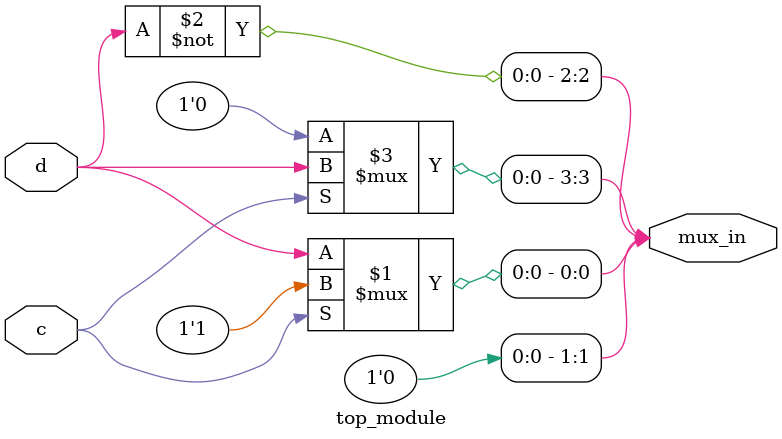
<source format=v>
module top_module (
    input c,
    input d,
    output [3:0] mux_in
); 

  assign mux_in[0] = c ? 1'b1 : d,
         mux_in[1] = 1'b0,	 // c ? 1'b0 : 1'b0;
         mux_in[2] = ~d,
         mux_in[3] = c ? d : 1'b0;
    
endmodule

</source>
